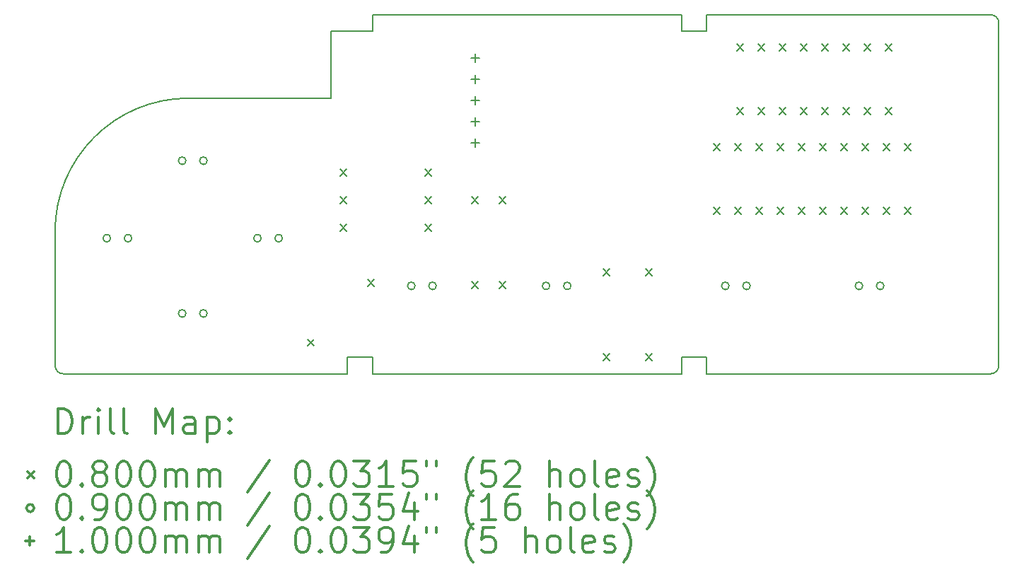
<source format=gbr>
%FSLAX45Y45*%
G04 Gerber Fmt 4.5, Leading zero omitted, Abs format (unit mm)*
G04 Created by KiCad (PCBNEW 5.1.10-88a1d61d58~88~ubuntu20.04.1) date 2021-05-28 03:59:18*
%MOMM*%
%LPD*%
G01*
G04 APERTURE LIST*
%TA.AperFunction,Profile*%
%ADD10C,0.200000*%
%TD*%
%ADD11C,0.200000*%
%ADD12C,0.300000*%
G04 APERTURE END LIST*
D10*
X18770400Y-6424532D02*
G75*
G03*
X18670400Y-6324532I-100000J0D01*
G01*
X18670400Y-10624600D02*
G75*
G03*
X18770400Y-10524600I0J100000D01*
G01*
X10970600Y-10624600D02*
X7570600Y-10624600D01*
X15270600Y-10424600D02*
X14970600Y-10424600D01*
X14970600Y-10424600D02*
X14970600Y-10624600D01*
X15270600Y-10624600D02*
X15270600Y-10424600D01*
X18670400Y-10624600D02*
X15270600Y-10624600D01*
X10970600Y-10424600D02*
X10970600Y-10624600D01*
X11270600Y-6524100D02*
X11270600Y-6324600D01*
X7470600Y-10524600D02*
X7470600Y-8924600D01*
X10771000Y-6524100D02*
X11270600Y-6524100D01*
X14970600Y-10624600D02*
X11270600Y-10624600D01*
X11270600Y-10624600D02*
X11270600Y-10424600D01*
X11270600Y-10424600D02*
X10970600Y-10424600D01*
X11270600Y-6324600D02*
X14970600Y-6324600D01*
X15270600Y-6324600D02*
X18670400Y-6324532D01*
X15270600Y-6524600D02*
X15270600Y-6324600D01*
X10770600Y-7324600D02*
X10771000Y-6524100D01*
X14970600Y-6524600D02*
X15270600Y-6524600D01*
X9070600Y-7324600D02*
X10770600Y-7324600D01*
X14970600Y-6324600D02*
X14970600Y-6524600D01*
X7470600Y-10524600D02*
G75*
G03*
X7570600Y-10624600I100000J0D01*
G01*
X9070600Y-7324600D02*
G75*
G03*
X7470600Y-8924600I0J-1600000D01*
G01*
X18770400Y-6424532D02*
X18770400Y-10524600D01*
D11*
X10495180Y-10212421D02*
X10575180Y-10292421D01*
X10575180Y-10212421D02*
X10495180Y-10292421D01*
X10883400Y-8173200D02*
X10963400Y-8253200D01*
X10963400Y-8173200D02*
X10883400Y-8253200D01*
X10883400Y-8503400D02*
X10963400Y-8583400D01*
X10963400Y-8503400D02*
X10883400Y-8583400D01*
X10883400Y-8833600D02*
X10963400Y-8913600D01*
X10963400Y-8833600D02*
X10883400Y-8913600D01*
X11213600Y-9494000D02*
X11293600Y-9574000D01*
X11293600Y-9494000D02*
X11213600Y-9574000D01*
X11899400Y-8173200D02*
X11979400Y-8253200D01*
X11979400Y-8173200D02*
X11899400Y-8253200D01*
X11899400Y-8503400D02*
X11979400Y-8583400D01*
X11979400Y-8503400D02*
X11899400Y-8583400D01*
X11899400Y-8833600D02*
X11979400Y-8913600D01*
X11979400Y-8833600D02*
X11899400Y-8913600D01*
X12458200Y-8503400D02*
X12538200Y-8583400D01*
X12538200Y-8503400D02*
X12458200Y-8583400D01*
X12458200Y-9519400D02*
X12538200Y-9599400D01*
X12538200Y-9519400D02*
X12458200Y-9599400D01*
X12788400Y-8503400D02*
X12868400Y-8583400D01*
X12868400Y-8503400D02*
X12788400Y-8583400D01*
X12788400Y-9519400D02*
X12868400Y-9599400D01*
X12868400Y-9519400D02*
X12788400Y-9599400D01*
X14033000Y-9367000D02*
X14113000Y-9447000D01*
X14113000Y-9367000D02*
X14033000Y-9447000D01*
X14033000Y-10383000D02*
X14113000Y-10463000D01*
X14113000Y-10383000D02*
X14033000Y-10463000D01*
X14541000Y-9367000D02*
X14621000Y-9447000D01*
X14621000Y-9367000D02*
X14541000Y-9447000D01*
X14541000Y-10383000D02*
X14621000Y-10463000D01*
X14621000Y-10383000D02*
X14541000Y-10463000D01*
X15353800Y-7868400D02*
X15433800Y-7948400D01*
X15433800Y-7868400D02*
X15353800Y-7948400D01*
X15353800Y-8630400D02*
X15433800Y-8710400D01*
X15433800Y-8630400D02*
X15353800Y-8710400D01*
X15607800Y-7868400D02*
X15687800Y-7948400D01*
X15687800Y-7868400D02*
X15607800Y-7948400D01*
X15607800Y-8630400D02*
X15687800Y-8710400D01*
X15687800Y-8630400D02*
X15607800Y-8710400D01*
X15633200Y-6674600D02*
X15713200Y-6754600D01*
X15713200Y-6674600D02*
X15633200Y-6754600D01*
X15633200Y-7436600D02*
X15713200Y-7516600D01*
X15713200Y-7436600D02*
X15633200Y-7516600D01*
X15861800Y-7868400D02*
X15941800Y-7948400D01*
X15941800Y-7868400D02*
X15861800Y-7948400D01*
X15861800Y-8630400D02*
X15941800Y-8710400D01*
X15941800Y-8630400D02*
X15861800Y-8710400D01*
X15887200Y-6674600D02*
X15967200Y-6754600D01*
X15967200Y-6674600D02*
X15887200Y-6754600D01*
X15887200Y-7436600D02*
X15967200Y-7516600D01*
X15967200Y-7436600D02*
X15887200Y-7516600D01*
X16115800Y-7868400D02*
X16195800Y-7948400D01*
X16195800Y-7868400D02*
X16115800Y-7948400D01*
X16115800Y-8630400D02*
X16195800Y-8710400D01*
X16195800Y-8630400D02*
X16115800Y-8710400D01*
X16141200Y-6674600D02*
X16221200Y-6754600D01*
X16221200Y-6674600D02*
X16141200Y-6754600D01*
X16141200Y-7436600D02*
X16221200Y-7516600D01*
X16221200Y-7436600D02*
X16141200Y-7516600D01*
X16369800Y-7868400D02*
X16449800Y-7948400D01*
X16449800Y-7868400D02*
X16369800Y-7948400D01*
X16369800Y-8630400D02*
X16449800Y-8710400D01*
X16449800Y-8630400D02*
X16369800Y-8710400D01*
X16395200Y-6674600D02*
X16475200Y-6754600D01*
X16475200Y-6674600D02*
X16395200Y-6754600D01*
X16395200Y-7436600D02*
X16475200Y-7516600D01*
X16475200Y-7436600D02*
X16395200Y-7516600D01*
X16623800Y-7868400D02*
X16703800Y-7948400D01*
X16703800Y-7868400D02*
X16623800Y-7948400D01*
X16623800Y-8630400D02*
X16703800Y-8710400D01*
X16703800Y-8630400D02*
X16623800Y-8710400D01*
X16649200Y-6674600D02*
X16729200Y-6754600D01*
X16729200Y-6674600D02*
X16649200Y-6754600D01*
X16649200Y-7436600D02*
X16729200Y-7516600D01*
X16729200Y-7436600D02*
X16649200Y-7516600D01*
X16877800Y-7868400D02*
X16957800Y-7948400D01*
X16957800Y-7868400D02*
X16877800Y-7948400D01*
X16877800Y-8630400D02*
X16957800Y-8710400D01*
X16957800Y-8630400D02*
X16877800Y-8710400D01*
X16903200Y-6674600D02*
X16983200Y-6754600D01*
X16983200Y-6674600D02*
X16903200Y-6754600D01*
X16903200Y-7436600D02*
X16983200Y-7516600D01*
X16983200Y-7436600D02*
X16903200Y-7516600D01*
X17131800Y-7868400D02*
X17211800Y-7948400D01*
X17211800Y-7868400D02*
X17131800Y-7948400D01*
X17131800Y-8630400D02*
X17211800Y-8710400D01*
X17211800Y-8630400D02*
X17131800Y-8710400D01*
X17157200Y-6674600D02*
X17237200Y-6754600D01*
X17237200Y-6674600D02*
X17157200Y-6754600D01*
X17157200Y-7436600D02*
X17237200Y-7516600D01*
X17237200Y-7436600D02*
X17157200Y-7516600D01*
X17385800Y-7868400D02*
X17465800Y-7948400D01*
X17465800Y-7868400D02*
X17385800Y-7948400D01*
X17385800Y-8630400D02*
X17465800Y-8710400D01*
X17465800Y-8630400D02*
X17385800Y-8710400D01*
X17411200Y-6674600D02*
X17491200Y-6754600D01*
X17491200Y-6674600D02*
X17411200Y-6754600D01*
X17411200Y-7436600D02*
X17491200Y-7516600D01*
X17491200Y-7436600D02*
X17411200Y-7516600D01*
X17639800Y-7868400D02*
X17719800Y-7948400D01*
X17719800Y-7868400D02*
X17639800Y-7948400D01*
X17639800Y-8630400D02*
X17719800Y-8710400D01*
X17719800Y-8630400D02*
X17639800Y-8710400D01*
X8136300Y-9000600D02*
G75*
G03*
X8136300Y-9000600I-45000J0D01*
G01*
X8390300Y-9000600D02*
G75*
G03*
X8390300Y-9000600I-45000J0D01*
G01*
X9038000Y-8073500D02*
G75*
G03*
X9038000Y-8073500I-45000J0D01*
G01*
X9038000Y-9902300D02*
G75*
G03*
X9038000Y-9902300I-45000J0D01*
G01*
X9292000Y-8073500D02*
G75*
G03*
X9292000Y-8073500I-45000J0D01*
G01*
X9292000Y-9902300D02*
G75*
G03*
X9292000Y-9902300I-45000J0D01*
G01*
X9939700Y-9000600D02*
G75*
G03*
X9939700Y-9000600I-45000J0D01*
G01*
X10193700Y-9000600D02*
G75*
G03*
X10193700Y-9000600I-45000J0D01*
G01*
X11781200Y-9572100D02*
G75*
G03*
X11781200Y-9572100I-45000J0D01*
G01*
X12035200Y-9572100D02*
G75*
G03*
X12035200Y-9572100I-45000J0D01*
G01*
X13394100Y-9572100D02*
G75*
G03*
X13394100Y-9572100I-45000J0D01*
G01*
X13648100Y-9572100D02*
G75*
G03*
X13648100Y-9572100I-45000J0D01*
G01*
X15540400Y-9572100D02*
G75*
G03*
X15540400Y-9572100I-45000J0D01*
G01*
X15794400Y-9572100D02*
G75*
G03*
X15794400Y-9572100I-45000J0D01*
G01*
X17140600Y-9572100D02*
G75*
G03*
X17140600Y-9572100I-45000J0D01*
G01*
X17394600Y-9572100D02*
G75*
G03*
X17394600Y-9572100I-45000J0D01*
G01*
X12498200Y-6791600D02*
X12498200Y-6891600D01*
X12448200Y-6841600D02*
X12548200Y-6841600D01*
X12498200Y-7045600D02*
X12498200Y-7145600D01*
X12448200Y-7095600D02*
X12548200Y-7095600D01*
X12498200Y-7299600D02*
X12498200Y-7399600D01*
X12448200Y-7349600D02*
X12548200Y-7349600D01*
X12498200Y-7553600D02*
X12498200Y-7653600D01*
X12448200Y-7603600D02*
X12548200Y-7603600D01*
X12498200Y-7807600D02*
X12498200Y-7907600D01*
X12448200Y-7857600D02*
X12548200Y-7857600D01*
D12*
X7505428Y-11341914D02*
X7505428Y-11041914D01*
X7576857Y-11041914D01*
X7619714Y-11056200D01*
X7648286Y-11084771D01*
X7662571Y-11113343D01*
X7676857Y-11170486D01*
X7676857Y-11213343D01*
X7662571Y-11270486D01*
X7648286Y-11299057D01*
X7619714Y-11327628D01*
X7576857Y-11341914D01*
X7505428Y-11341914D01*
X7805428Y-11341914D02*
X7805428Y-11141914D01*
X7805428Y-11199057D02*
X7819714Y-11170486D01*
X7834000Y-11156200D01*
X7862571Y-11141914D01*
X7891143Y-11141914D01*
X7991143Y-11341914D02*
X7991143Y-11141914D01*
X7991143Y-11041914D02*
X7976857Y-11056200D01*
X7991143Y-11070486D01*
X8005428Y-11056200D01*
X7991143Y-11041914D01*
X7991143Y-11070486D01*
X8176857Y-11341914D02*
X8148286Y-11327628D01*
X8134000Y-11299057D01*
X8134000Y-11041914D01*
X8334000Y-11341914D02*
X8305428Y-11327628D01*
X8291143Y-11299057D01*
X8291143Y-11041914D01*
X8676857Y-11341914D02*
X8676857Y-11041914D01*
X8776857Y-11256200D01*
X8876857Y-11041914D01*
X8876857Y-11341914D01*
X9148286Y-11341914D02*
X9148286Y-11184771D01*
X9134000Y-11156200D01*
X9105429Y-11141914D01*
X9048286Y-11141914D01*
X9019714Y-11156200D01*
X9148286Y-11327628D02*
X9119714Y-11341914D01*
X9048286Y-11341914D01*
X9019714Y-11327628D01*
X9005429Y-11299057D01*
X9005429Y-11270486D01*
X9019714Y-11241914D01*
X9048286Y-11227628D01*
X9119714Y-11227628D01*
X9148286Y-11213343D01*
X9291143Y-11141914D02*
X9291143Y-11441914D01*
X9291143Y-11156200D02*
X9319714Y-11141914D01*
X9376857Y-11141914D01*
X9405429Y-11156200D01*
X9419714Y-11170486D01*
X9434000Y-11199057D01*
X9434000Y-11284771D01*
X9419714Y-11313343D01*
X9405429Y-11327628D01*
X9376857Y-11341914D01*
X9319714Y-11341914D01*
X9291143Y-11327628D01*
X9562571Y-11313343D02*
X9576857Y-11327628D01*
X9562571Y-11341914D01*
X9548286Y-11327628D01*
X9562571Y-11313343D01*
X9562571Y-11341914D01*
X9562571Y-11156200D02*
X9576857Y-11170486D01*
X9562571Y-11184771D01*
X9548286Y-11170486D01*
X9562571Y-11156200D01*
X9562571Y-11184771D01*
X7139000Y-11796200D02*
X7219000Y-11876200D01*
X7219000Y-11796200D02*
X7139000Y-11876200D01*
X7562571Y-11671914D02*
X7591143Y-11671914D01*
X7619714Y-11686200D01*
X7634000Y-11700486D01*
X7648286Y-11729057D01*
X7662571Y-11786200D01*
X7662571Y-11857628D01*
X7648286Y-11914771D01*
X7634000Y-11943343D01*
X7619714Y-11957628D01*
X7591143Y-11971914D01*
X7562571Y-11971914D01*
X7534000Y-11957628D01*
X7519714Y-11943343D01*
X7505428Y-11914771D01*
X7491143Y-11857628D01*
X7491143Y-11786200D01*
X7505428Y-11729057D01*
X7519714Y-11700486D01*
X7534000Y-11686200D01*
X7562571Y-11671914D01*
X7791143Y-11943343D02*
X7805428Y-11957628D01*
X7791143Y-11971914D01*
X7776857Y-11957628D01*
X7791143Y-11943343D01*
X7791143Y-11971914D01*
X7976857Y-11800486D02*
X7948286Y-11786200D01*
X7934000Y-11771914D01*
X7919714Y-11743343D01*
X7919714Y-11729057D01*
X7934000Y-11700486D01*
X7948286Y-11686200D01*
X7976857Y-11671914D01*
X8034000Y-11671914D01*
X8062571Y-11686200D01*
X8076857Y-11700486D01*
X8091143Y-11729057D01*
X8091143Y-11743343D01*
X8076857Y-11771914D01*
X8062571Y-11786200D01*
X8034000Y-11800486D01*
X7976857Y-11800486D01*
X7948286Y-11814771D01*
X7934000Y-11829057D01*
X7919714Y-11857628D01*
X7919714Y-11914771D01*
X7934000Y-11943343D01*
X7948286Y-11957628D01*
X7976857Y-11971914D01*
X8034000Y-11971914D01*
X8062571Y-11957628D01*
X8076857Y-11943343D01*
X8091143Y-11914771D01*
X8091143Y-11857628D01*
X8076857Y-11829057D01*
X8062571Y-11814771D01*
X8034000Y-11800486D01*
X8276857Y-11671914D02*
X8305428Y-11671914D01*
X8334000Y-11686200D01*
X8348286Y-11700486D01*
X8362571Y-11729057D01*
X8376857Y-11786200D01*
X8376857Y-11857628D01*
X8362571Y-11914771D01*
X8348286Y-11943343D01*
X8334000Y-11957628D01*
X8305428Y-11971914D01*
X8276857Y-11971914D01*
X8248286Y-11957628D01*
X8234000Y-11943343D01*
X8219714Y-11914771D01*
X8205428Y-11857628D01*
X8205428Y-11786200D01*
X8219714Y-11729057D01*
X8234000Y-11700486D01*
X8248286Y-11686200D01*
X8276857Y-11671914D01*
X8562571Y-11671914D02*
X8591143Y-11671914D01*
X8619714Y-11686200D01*
X8634000Y-11700486D01*
X8648286Y-11729057D01*
X8662571Y-11786200D01*
X8662571Y-11857628D01*
X8648286Y-11914771D01*
X8634000Y-11943343D01*
X8619714Y-11957628D01*
X8591143Y-11971914D01*
X8562571Y-11971914D01*
X8534000Y-11957628D01*
X8519714Y-11943343D01*
X8505429Y-11914771D01*
X8491143Y-11857628D01*
X8491143Y-11786200D01*
X8505429Y-11729057D01*
X8519714Y-11700486D01*
X8534000Y-11686200D01*
X8562571Y-11671914D01*
X8791143Y-11971914D02*
X8791143Y-11771914D01*
X8791143Y-11800486D02*
X8805429Y-11786200D01*
X8834000Y-11771914D01*
X8876857Y-11771914D01*
X8905429Y-11786200D01*
X8919714Y-11814771D01*
X8919714Y-11971914D01*
X8919714Y-11814771D02*
X8934000Y-11786200D01*
X8962571Y-11771914D01*
X9005429Y-11771914D01*
X9034000Y-11786200D01*
X9048286Y-11814771D01*
X9048286Y-11971914D01*
X9191143Y-11971914D02*
X9191143Y-11771914D01*
X9191143Y-11800486D02*
X9205429Y-11786200D01*
X9234000Y-11771914D01*
X9276857Y-11771914D01*
X9305429Y-11786200D01*
X9319714Y-11814771D01*
X9319714Y-11971914D01*
X9319714Y-11814771D02*
X9334000Y-11786200D01*
X9362571Y-11771914D01*
X9405429Y-11771914D01*
X9434000Y-11786200D01*
X9448286Y-11814771D01*
X9448286Y-11971914D01*
X10034000Y-11657628D02*
X9776857Y-12043343D01*
X10419714Y-11671914D02*
X10448286Y-11671914D01*
X10476857Y-11686200D01*
X10491143Y-11700486D01*
X10505429Y-11729057D01*
X10519714Y-11786200D01*
X10519714Y-11857628D01*
X10505429Y-11914771D01*
X10491143Y-11943343D01*
X10476857Y-11957628D01*
X10448286Y-11971914D01*
X10419714Y-11971914D01*
X10391143Y-11957628D01*
X10376857Y-11943343D01*
X10362571Y-11914771D01*
X10348286Y-11857628D01*
X10348286Y-11786200D01*
X10362571Y-11729057D01*
X10376857Y-11700486D01*
X10391143Y-11686200D01*
X10419714Y-11671914D01*
X10648286Y-11943343D02*
X10662571Y-11957628D01*
X10648286Y-11971914D01*
X10634000Y-11957628D01*
X10648286Y-11943343D01*
X10648286Y-11971914D01*
X10848286Y-11671914D02*
X10876857Y-11671914D01*
X10905429Y-11686200D01*
X10919714Y-11700486D01*
X10934000Y-11729057D01*
X10948286Y-11786200D01*
X10948286Y-11857628D01*
X10934000Y-11914771D01*
X10919714Y-11943343D01*
X10905429Y-11957628D01*
X10876857Y-11971914D01*
X10848286Y-11971914D01*
X10819714Y-11957628D01*
X10805429Y-11943343D01*
X10791143Y-11914771D01*
X10776857Y-11857628D01*
X10776857Y-11786200D01*
X10791143Y-11729057D01*
X10805429Y-11700486D01*
X10819714Y-11686200D01*
X10848286Y-11671914D01*
X11048286Y-11671914D02*
X11234000Y-11671914D01*
X11134000Y-11786200D01*
X11176857Y-11786200D01*
X11205428Y-11800486D01*
X11219714Y-11814771D01*
X11234000Y-11843343D01*
X11234000Y-11914771D01*
X11219714Y-11943343D01*
X11205428Y-11957628D01*
X11176857Y-11971914D01*
X11091143Y-11971914D01*
X11062571Y-11957628D01*
X11048286Y-11943343D01*
X11519714Y-11971914D02*
X11348286Y-11971914D01*
X11434000Y-11971914D02*
X11434000Y-11671914D01*
X11405428Y-11714771D01*
X11376857Y-11743343D01*
X11348286Y-11757628D01*
X11791143Y-11671914D02*
X11648286Y-11671914D01*
X11634000Y-11814771D01*
X11648286Y-11800486D01*
X11676857Y-11786200D01*
X11748286Y-11786200D01*
X11776857Y-11800486D01*
X11791143Y-11814771D01*
X11805428Y-11843343D01*
X11805428Y-11914771D01*
X11791143Y-11943343D01*
X11776857Y-11957628D01*
X11748286Y-11971914D01*
X11676857Y-11971914D01*
X11648286Y-11957628D01*
X11634000Y-11943343D01*
X11919714Y-11671914D02*
X11919714Y-11729057D01*
X12034000Y-11671914D02*
X12034000Y-11729057D01*
X12476857Y-12086200D02*
X12462571Y-12071914D01*
X12434000Y-12029057D01*
X12419714Y-12000486D01*
X12405428Y-11957628D01*
X12391143Y-11886200D01*
X12391143Y-11829057D01*
X12405428Y-11757628D01*
X12419714Y-11714771D01*
X12434000Y-11686200D01*
X12462571Y-11643343D01*
X12476857Y-11629057D01*
X12734000Y-11671914D02*
X12591143Y-11671914D01*
X12576857Y-11814771D01*
X12591143Y-11800486D01*
X12619714Y-11786200D01*
X12691143Y-11786200D01*
X12719714Y-11800486D01*
X12734000Y-11814771D01*
X12748286Y-11843343D01*
X12748286Y-11914771D01*
X12734000Y-11943343D01*
X12719714Y-11957628D01*
X12691143Y-11971914D01*
X12619714Y-11971914D01*
X12591143Y-11957628D01*
X12576857Y-11943343D01*
X12862571Y-11700486D02*
X12876857Y-11686200D01*
X12905428Y-11671914D01*
X12976857Y-11671914D01*
X13005428Y-11686200D01*
X13019714Y-11700486D01*
X13034000Y-11729057D01*
X13034000Y-11757628D01*
X13019714Y-11800486D01*
X12848286Y-11971914D01*
X13034000Y-11971914D01*
X13391143Y-11971914D02*
X13391143Y-11671914D01*
X13519714Y-11971914D02*
X13519714Y-11814771D01*
X13505428Y-11786200D01*
X13476857Y-11771914D01*
X13434000Y-11771914D01*
X13405428Y-11786200D01*
X13391143Y-11800486D01*
X13705428Y-11971914D02*
X13676857Y-11957628D01*
X13662571Y-11943343D01*
X13648286Y-11914771D01*
X13648286Y-11829057D01*
X13662571Y-11800486D01*
X13676857Y-11786200D01*
X13705428Y-11771914D01*
X13748286Y-11771914D01*
X13776857Y-11786200D01*
X13791143Y-11800486D01*
X13805428Y-11829057D01*
X13805428Y-11914771D01*
X13791143Y-11943343D01*
X13776857Y-11957628D01*
X13748286Y-11971914D01*
X13705428Y-11971914D01*
X13976857Y-11971914D02*
X13948286Y-11957628D01*
X13934000Y-11929057D01*
X13934000Y-11671914D01*
X14205428Y-11957628D02*
X14176857Y-11971914D01*
X14119714Y-11971914D01*
X14091143Y-11957628D01*
X14076857Y-11929057D01*
X14076857Y-11814771D01*
X14091143Y-11786200D01*
X14119714Y-11771914D01*
X14176857Y-11771914D01*
X14205428Y-11786200D01*
X14219714Y-11814771D01*
X14219714Y-11843343D01*
X14076857Y-11871914D01*
X14334000Y-11957628D02*
X14362571Y-11971914D01*
X14419714Y-11971914D01*
X14448286Y-11957628D01*
X14462571Y-11929057D01*
X14462571Y-11914771D01*
X14448286Y-11886200D01*
X14419714Y-11871914D01*
X14376857Y-11871914D01*
X14348286Y-11857628D01*
X14334000Y-11829057D01*
X14334000Y-11814771D01*
X14348286Y-11786200D01*
X14376857Y-11771914D01*
X14419714Y-11771914D01*
X14448286Y-11786200D01*
X14562571Y-12086200D02*
X14576857Y-12071914D01*
X14605428Y-12029057D01*
X14619714Y-12000486D01*
X14634000Y-11957628D01*
X14648286Y-11886200D01*
X14648286Y-11829057D01*
X14634000Y-11757628D01*
X14619714Y-11714771D01*
X14605428Y-11686200D01*
X14576857Y-11643343D01*
X14562571Y-11629057D01*
X7219000Y-12232200D02*
G75*
G03*
X7219000Y-12232200I-45000J0D01*
G01*
X7562571Y-12067914D02*
X7591143Y-12067914D01*
X7619714Y-12082200D01*
X7634000Y-12096486D01*
X7648286Y-12125057D01*
X7662571Y-12182200D01*
X7662571Y-12253628D01*
X7648286Y-12310771D01*
X7634000Y-12339343D01*
X7619714Y-12353628D01*
X7591143Y-12367914D01*
X7562571Y-12367914D01*
X7534000Y-12353628D01*
X7519714Y-12339343D01*
X7505428Y-12310771D01*
X7491143Y-12253628D01*
X7491143Y-12182200D01*
X7505428Y-12125057D01*
X7519714Y-12096486D01*
X7534000Y-12082200D01*
X7562571Y-12067914D01*
X7791143Y-12339343D02*
X7805428Y-12353628D01*
X7791143Y-12367914D01*
X7776857Y-12353628D01*
X7791143Y-12339343D01*
X7791143Y-12367914D01*
X7948286Y-12367914D02*
X8005428Y-12367914D01*
X8034000Y-12353628D01*
X8048286Y-12339343D01*
X8076857Y-12296486D01*
X8091143Y-12239343D01*
X8091143Y-12125057D01*
X8076857Y-12096486D01*
X8062571Y-12082200D01*
X8034000Y-12067914D01*
X7976857Y-12067914D01*
X7948286Y-12082200D01*
X7934000Y-12096486D01*
X7919714Y-12125057D01*
X7919714Y-12196486D01*
X7934000Y-12225057D01*
X7948286Y-12239343D01*
X7976857Y-12253628D01*
X8034000Y-12253628D01*
X8062571Y-12239343D01*
X8076857Y-12225057D01*
X8091143Y-12196486D01*
X8276857Y-12067914D02*
X8305428Y-12067914D01*
X8334000Y-12082200D01*
X8348286Y-12096486D01*
X8362571Y-12125057D01*
X8376857Y-12182200D01*
X8376857Y-12253628D01*
X8362571Y-12310771D01*
X8348286Y-12339343D01*
X8334000Y-12353628D01*
X8305428Y-12367914D01*
X8276857Y-12367914D01*
X8248286Y-12353628D01*
X8234000Y-12339343D01*
X8219714Y-12310771D01*
X8205428Y-12253628D01*
X8205428Y-12182200D01*
X8219714Y-12125057D01*
X8234000Y-12096486D01*
X8248286Y-12082200D01*
X8276857Y-12067914D01*
X8562571Y-12067914D02*
X8591143Y-12067914D01*
X8619714Y-12082200D01*
X8634000Y-12096486D01*
X8648286Y-12125057D01*
X8662571Y-12182200D01*
X8662571Y-12253628D01*
X8648286Y-12310771D01*
X8634000Y-12339343D01*
X8619714Y-12353628D01*
X8591143Y-12367914D01*
X8562571Y-12367914D01*
X8534000Y-12353628D01*
X8519714Y-12339343D01*
X8505429Y-12310771D01*
X8491143Y-12253628D01*
X8491143Y-12182200D01*
X8505429Y-12125057D01*
X8519714Y-12096486D01*
X8534000Y-12082200D01*
X8562571Y-12067914D01*
X8791143Y-12367914D02*
X8791143Y-12167914D01*
X8791143Y-12196486D02*
X8805429Y-12182200D01*
X8834000Y-12167914D01*
X8876857Y-12167914D01*
X8905429Y-12182200D01*
X8919714Y-12210771D01*
X8919714Y-12367914D01*
X8919714Y-12210771D02*
X8934000Y-12182200D01*
X8962571Y-12167914D01*
X9005429Y-12167914D01*
X9034000Y-12182200D01*
X9048286Y-12210771D01*
X9048286Y-12367914D01*
X9191143Y-12367914D02*
X9191143Y-12167914D01*
X9191143Y-12196486D02*
X9205429Y-12182200D01*
X9234000Y-12167914D01*
X9276857Y-12167914D01*
X9305429Y-12182200D01*
X9319714Y-12210771D01*
X9319714Y-12367914D01*
X9319714Y-12210771D02*
X9334000Y-12182200D01*
X9362571Y-12167914D01*
X9405429Y-12167914D01*
X9434000Y-12182200D01*
X9448286Y-12210771D01*
X9448286Y-12367914D01*
X10034000Y-12053628D02*
X9776857Y-12439343D01*
X10419714Y-12067914D02*
X10448286Y-12067914D01*
X10476857Y-12082200D01*
X10491143Y-12096486D01*
X10505429Y-12125057D01*
X10519714Y-12182200D01*
X10519714Y-12253628D01*
X10505429Y-12310771D01*
X10491143Y-12339343D01*
X10476857Y-12353628D01*
X10448286Y-12367914D01*
X10419714Y-12367914D01*
X10391143Y-12353628D01*
X10376857Y-12339343D01*
X10362571Y-12310771D01*
X10348286Y-12253628D01*
X10348286Y-12182200D01*
X10362571Y-12125057D01*
X10376857Y-12096486D01*
X10391143Y-12082200D01*
X10419714Y-12067914D01*
X10648286Y-12339343D02*
X10662571Y-12353628D01*
X10648286Y-12367914D01*
X10634000Y-12353628D01*
X10648286Y-12339343D01*
X10648286Y-12367914D01*
X10848286Y-12067914D02*
X10876857Y-12067914D01*
X10905429Y-12082200D01*
X10919714Y-12096486D01*
X10934000Y-12125057D01*
X10948286Y-12182200D01*
X10948286Y-12253628D01*
X10934000Y-12310771D01*
X10919714Y-12339343D01*
X10905429Y-12353628D01*
X10876857Y-12367914D01*
X10848286Y-12367914D01*
X10819714Y-12353628D01*
X10805429Y-12339343D01*
X10791143Y-12310771D01*
X10776857Y-12253628D01*
X10776857Y-12182200D01*
X10791143Y-12125057D01*
X10805429Y-12096486D01*
X10819714Y-12082200D01*
X10848286Y-12067914D01*
X11048286Y-12067914D02*
X11234000Y-12067914D01*
X11134000Y-12182200D01*
X11176857Y-12182200D01*
X11205428Y-12196486D01*
X11219714Y-12210771D01*
X11234000Y-12239343D01*
X11234000Y-12310771D01*
X11219714Y-12339343D01*
X11205428Y-12353628D01*
X11176857Y-12367914D01*
X11091143Y-12367914D01*
X11062571Y-12353628D01*
X11048286Y-12339343D01*
X11505428Y-12067914D02*
X11362571Y-12067914D01*
X11348286Y-12210771D01*
X11362571Y-12196486D01*
X11391143Y-12182200D01*
X11462571Y-12182200D01*
X11491143Y-12196486D01*
X11505428Y-12210771D01*
X11519714Y-12239343D01*
X11519714Y-12310771D01*
X11505428Y-12339343D01*
X11491143Y-12353628D01*
X11462571Y-12367914D01*
X11391143Y-12367914D01*
X11362571Y-12353628D01*
X11348286Y-12339343D01*
X11776857Y-12167914D02*
X11776857Y-12367914D01*
X11705428Y-12053628D02*
X11634000Y-12267914D01*
X11819714Y-12267914D01*
X11919714Y-12067914D02*
X11919714Y-12125057D01*
X12034000Y-12067914D02*
X12034000Y-12125057D01*
X12476857Y-12482200D02*
X12462571Y-12467914D01*
X12434000Y-12425057D01*
X12419714Y-12396486D01*
X12405428Y-12353628D01*
X12391143Y-12282200D01*
X12391143Y-12225057D01*
X12405428Y-12153628D01*
X12419714Y-12110771D01*
X12434000Y-12082200D01*
X12462571Y-12039343D01*
X12476857Y-12025057D01*
X12748286Y-12367914D02*
X12576857Y-12367914D01*
X12662571Y-12367914D02*
X12662571Y-12067914D01*
X12634000Y-12110771D01*
X12605428Y-12139343D01*
X12576857Y-12153628D01*
X13005428Y-12067914D02*
X12948286Y-12067914D01*
X12919714Y-12082200D01*
X12905428Y-12096486D01*
X12876857Y-12139343D01*
X12862571Y-12196486D01*
X12862571Y-12310771D01*
X12876857Y-12339343D01*
X12891143Y-12353628D01*
X12919714Y-12367914D01*
X12976857Y-12367914D01*
X13005428Y-12353628D01*
X13019714Y-12339343D01*
X13034000Y-12310771D01*
X13034000Y-12239343D01*
X13019714Y-12210771D01*
X13005428Y-12196486D01*
X12976857Y-12182200D01*
X12919714Y-12182200D01*
X12891143Y-12196486D01*
X12876857Y-12210771D01*
X12862571Y-12239343D01*
X13391143Y-12367914D02*
X13391143Y-12067914D01*
X13519714Y-12367914D02*
X13519714Y-12210771D01*
X13505428Y-12182200D01*
X13476857Y-12167914D01*
X13434000Y-12167914D01*
X13405428Y-12182200D01*
X13391143Y-12196486D01*
X13705428Y-12367914D02*
X13676857Y-12353628D01*
X13662571Y-12339343D01*
X13648286Y-12310771D01*
X13648286Y-12225057D01*
X13662571Y-12196486D01*
X13676857Y-12182200D01*
X13705428Y-12167914D01*
X13748286Y-12167914D01*
X13776857Y-12182200D01*
X13791143Y-12196486D01*
X13805428Y-12225057D01*
X13805428Y-12310771D01*
X13791143Y-12339343D01*
X13776857Y-12353628D01*
X13748286Y-12367914D01*
X13705428Y-12367914D01*
X13976857Y-12367914D02*
X13948286Y-12353628D01*
X13934000Y-12325057D01*
X13934000Y-12067914D01*
X14205428Y-12353628D02*
X14176857Y-12367914D01*
X14119714Y-12367914D01*
X14091143Y-12353628D01*
X14076857Y-12325057D01*
X14076857Y-12210771D01*
X14091143Y-12182200D01*
X14119714Y-12167914D01*
X14176857Y-12167914D01*
X14205428Y-12182200D01*
X14219714Y-12210771D01*
X14219714Y-12239343D01*
X14076857Y-12267914D01*
X14334000Y-12353628D02*
X14362571Y-12367914D01*
X14419714Y-12367914D01*
X14448286Y-12353628D01*
X14462571Y-12325057D01*
X14462571Y-12310771D01*
X14448286Y-12282200D01*
X14419714Y-12267914D01*
X14376857Y-12267914D01*
X14348286Y-12253628D01*
X14334000Y-12225057D01*
X14334000Y-12210771D01*
X14348286Y-12182200D01*
X14376857Y-12167914D01*
X14419714Y-12167914D01*
X14448286Y-12182200D01*
X14562571Y-12482200D02*
X14576857Y-12467914D01*
X14605428Y-12425057D01*
X14619714Y-12396486D01*
X14634000Y-12353628D01*
X14648286Y-12282200D01*
X14648286Y-12225057D01*
X14634000Y-12153628D01*
X14619714Y-12110771D01*
X14605428Y-12082200D01*
X14576857Y-12039343D01*
X14562571Y-12025057D01*
X7169000Y-12578200D02*
X7169000Y-12678200D01*
X7119000Y-12628200D02*
X7219000Y-12628200D01*
X7662571Y-12763914D02*
X7491143Y-12763914D01*
X7576857Y-12763914D02*
X7576857Y-12463914D01*
X7548286Y-12506771D01*
X7519714Y-12535343D01*
X7491143Y-12549628D01*
X7791143Y-12735343D02*
X7805428Y-12749628D01*
X7791143Y-12763914D01*
X7776857Y-12749628D01*
X7791143Y-12735343D01*
X7791143Y-12763914D01*
X7991143Y-12463914D02*
X8019714Y-12463914D01*
X8048286Y-12478200D01*
X8062571Y-12492486D01*
X8076857Y-12521057D01*
X8091143Y-12578200D01*
X8091143Y-12649628D01*
X8076857Y-12706771D01*
X8062571Y-12735343D01*
X8048286Y-12749628D01*
X8019714Y-12763914D01*
X7991143Y-12763914D01*
X7962571Y-12749628D01*
X7948286Y-12735343D01*
X7934000Y-12706771D01*
X7919714Y-12649628D01*
X7919714Y-12578200D01*
X7934000Y-12521057D01*
X7948286Y-12492486D01*
X7962571Y-12478200D01*
X7991143Y-12463914D01*
X8276857Y-12463914D02*
X8305428Y-12463914D01*
X8334000Y-12478200D01*
X8348286Y-12492486D01*
X8362571Y-12521057D01*
X8376857Y-12578200D01*
X8376857Y-12649628D01*
X8362571Y-12706771D01*
X8348286Y-12735343D01*
X8334000Y-12749628D01*
X8305428Y-12763914D01*
X8276857Y-12763914D01*
X8248286Y-12749628D01*
X8234000Y-12735343D01*
X8219714Y-12706771D01*
X8205428Y-12649628D01*
X8205428Y-12578200D01*
X8219714Y-12521057D01*
X8234000Y-12492486D01*
X8248286Y-12478200D01*
X8276857Y-12463914D01*
X8562571Y-12463914D02*
X8591143Y-12463914D01*
X8619714Y-12478200D01*
X8634000Y-12492486D01*
X8648286Y-12521057D01*
X8662571Y-12578200D01*
X8662571Y-12649628D01*
X8648286Y-12706771D01*
X8634000Y-12735343D01*
X8619714Y-12749628D01*
X8591143Y-12763914D01*
X8562571Y-12763914D01*
X8534000Y-12749628D01*
X8519714Y-12735343D01*
X8505429Y-12706771D01*
X8491143Y-12649628D01*
X8491143Y-12578200D01*
X8505429Y-12521057D01*
X8519714Y-12492486D01*
X8534000Y-12478200D01*
X8562571Y-12463914D01*
X8791143Y-12763914D02*
X8791143Y-12563914D01*
X8791143Y-12592486D02*
X8805429Y-12578200D01*
X8834000Y-12563914D01*
X8876857Y-12563914D01*
X8905429Y-12578200D01*
X8919714Y-12606771D01*
X8919714Y-12763914D01*
X8919714Y-12606771D02*
X8934000Y-12578200D01*
X8962571Y-12563914D01*
X9005429Y-12563914D01*
X9034000Y-12578200D01*
X9048286Y-12606771D01*
X9048286Y-12763914D01*
X9191143Y-12763914D02*
X9191143Y-12563914D01*
X9191143Y-12592486D02*
X9205429Y-12578200D01*
X9234000Y-12563914D01*
X9276857Y-12563914D01*
X9305429Y-12578200D01*
X9319714Y-12606771D01*
X9319714Y-12763914D01*
X9319714Y-12606771D02*
X9334000Y-12578200D01*
X9362571Y-12563914D01*
X9405429Y-12563914D01*
X9434000Y-12578200D01*
X9448286Y-12606771D01*
X9448286Y-12763914D01*
X10034000Y-12449628D02*
X9776857Y-12835343D01*
X10419714Y-12463914D02*
X10448286Y-12463914D01*
X10476857Y-12478200D01*
X10491143Y-12492486D01*
X10505429Y-12521057D01*
X10519714Y-12578200D01*
X10519714Y-12649628D01*
X10505429Y-12706771D01*
X10491143Y-12735343D01*
X10476857Y-12749628D01*
X10448286Y-12763914D01*
X10419714Y-12763914D01*
X10391143Y-12749628D01*
X10376857Y-12735343D01*
X10362571Y-12706771D01*
X10348286Y-12649628D01*
X10348286Y-12578200D01*
X10362571Y-12521057D01*
X10376857Y-12492486D01*
X10391143Y-12478200D01*
X10419714Y-12463914D01*
X10648286Y-12735343D02*
X10662571Y-12749628D01*
X10648286Y-12763914D01*
X10634000Y-12749628D01*
X10648286Y-12735343D01*
X10648286Y-12763914D01*
X10848286Y-12463914D02*
X10876857Y-12463914D01*
X10905429Y-12478200D01*
X10919714Y-12492486D01*
X10934000Y-12521057D01*
X10948286Y-12578200D01*
X10948286Y-12649628D01*
X10934000Y-12706771D01*
X10919714Y-12735343D01*
X10905429Y-12749628D01*
X10876857Y-12763914D01*
X10848286Y-12763914D01*
X10819714Y-12749628D01*
X10805429Y-12735343D01*
X10791143Y-12706771D01*
X10776857Y-12649628D01*
X10776857Y-12578200D01*
X10791143Y-12521057D01*
X10805429Y-12492486D01*
X10819714Y-12478200D01*
X10848286Y-12463914D01*
X11048286Y-12463914D02*
X11234000Y-12463914D01*
X11134000Y-12578200D01*
X11176857Y-12578200D01*
X11205428Y-12592486D01*
X11219714Y-12606771D01*
X11234000Y-12635343D01*
X11234000Y-12706771D01*
X11219714Y-12735343D01*
X11205428Y-12749628D01*
X11176857Y-12763914D01*
X11091143Y-12763914D01*
X11062571Y-12749628D01*
X11048286Y-12735343D01*
X11376857Y-12763914D02*
X11434000Y-12763914D01*
X11462571Y-12749628D01*
X11476857Y-12735343D01*
X11505428Y-12692486D01*
X11519714Y-12635343D01*
X11519714Y-12521057D01*
X11505428Y-12492486D01*
X11491143Y-12478200D01*
X11462571Y-12463914D01*
X11405428Y-12463914D01*
X11376857Y-12478200D01*
X11362571Y-12492486D01*
X11348286Y-12521057D01*
X11348286Y-12592486D01*
X11362571Y-12621057D01*
X11376857Y-12635343D01*
X11405428Y-12649628D01*
X11462571Y-12649628D01*
X11491143Y-12635343D01*
X11505428Y-12621057D01*
X11519714Y-12592486D01*
X11776857Y-12563914D02*
X11776857Y-12763914D01*
X11705428Y-12449628D02*
X11634000Y-12663914D01*
X11819714Y-12663914D01*
X11919714Y-12463914D02*
X11919714Y-12521057D01*
X12034000Y-12463914D02*
X12034000Y-12521057D01*
X12476857Y-12878200D02*
X12462571Y-12863914D01*
X12434000Y-12821057D01*
X12419714Y-12792486D01*
X12405428Y-12749628D01*
X12391143Y-12678200D01*
X12391143Y-12621057D01*
X12405428Y-12549628D01*
X12419714Y-12506771D01*
X12434000Y-12478200D01*
X12462571Y-12435343D01*
X12476857Y-12421057D01*
X12734000Y-12463914D02*
X12591143Y-12463914D01*
X12576857Y-12606771D01*
X12591143Y-12592486D01*
X12619714Y-12578200D01*
X12691143Y-12578200D01*
X12719714Y-12592486D01*
X12734000Y-12606771D01*
X12748286Y-12635343D01*
X12748286Y-12706771D01*
X12734000Y-12735343D01*
X12719714Y-12749628D01*
X12691143Y-12763914D01*
X12619714Y-12763914D01*
X12591143Y-12749628D01*
X12576857Y-12735343D01*
X13105428Y-12763914D02*
X13105428Y-12463914D01*
X13234000Y-12763914D02*
X13234000Y-12606771D01*
X13219714Y-12578200D01*
X13191143Y-12563914D01*
X13148286Y-12563914D01*
X13119714Y-12578200D01*
X13105428Y-12592486D01*
X13419714Y-12763914D02*
X13391143Y-12749628D01*
X13376857Y-12735343D01*
X13362571Y-12706771D01*
X13362571Y-12621057D01*
X13376857Y-12592486D01*
X13391143Y-12578200D01*
X13419714Y-12563914D01*
X13462571Y-12563914D01*
X13491143Y-12578200D01*
X13505428Y-12592486D01*
X13519714Y-12621057D01*
X13519714Y-12706771D01*
X13505428Y-12735343D01*
X13491143Y-12749628D01*
X13462571Y-12763914D01*
X13419714Y-12763914D01*
X13691143Y-12763914D02*
X13662571Y-12749628D01*
X13648286Y-12721057D01*
X13648286Y-12463914D01*
X13919714Y-12749628D02*
X13891143Y-12763914D01*
X13834000Y-12763914D01*
X13805428Y-12749628D01*
X13791143Y-12721057D01*
X13791143Y-12606771D01*
X13805428Y-12578200D01*
X13834000Y-12563914D01*
X13891143Y-12563914D01*
X13919714Y-12578200D01*
X13934000Y-12606771D01*
X13934000Y-12635343D01*
X13791143Y-12663914D01*
X14048286Y-12749628D02*
X14076857Y-12763914D01*
X14134000Y-12763914D01*
X14162571Y-12749628D01*
X14176857Y-12721057D01*
X14176857Y-12706771D01*
X14162571Y-12678200D01*
X14134000Y-12663914D01*
X14091143Y-12663914D01*
X14062571Y-12649628D01*
X14048286Y-12621057D01*
X14048286Y-12606771D01*
X14062571Y-12578200D01*
X14091143Y-12563914D01*
X14134000Y-12563914D01*
X14162571Y-12578200D01*
X14276857Y-12878200D02*
X14291143Y-12863914D01*
X14319714Y-12821057D01*
X14334000Y-12792486D01*
X14348286Y-12749628D01*
X14362571Y-12678200D01*
X14362571Y-12621057D01*
X14348286Y-12549628D01*
X14334000Y-12506771D01*
X14319714Y-12478200D01*
X14291143Y-12435343D01*
X14276857Y-12421057D01*
M02*

</source>
